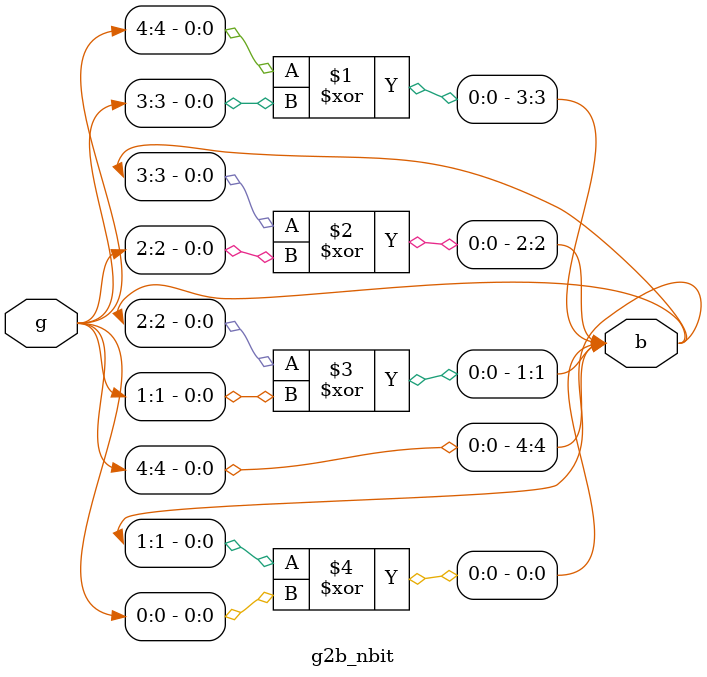
<source format=v>
module g2b_nbit#(parameter n = 5)(output [n-1:0]b, input [n-1:0]g );

assign b[n-1] = g[n-1];
genvar i;
	for(i=n-2; i>=0; i=i-1)
	begin: Gray_to_Binary
		assign b[i] = b[i+1] ^ g[i];
	end

endmodule 
</source>
